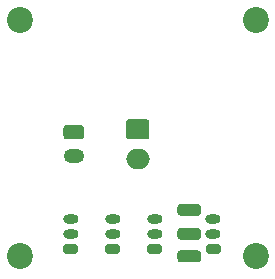
<source format=gbr>
%TF.GenerationSoftware,KiCad,Pcbnew,(5.1.9)-1*%
%TF.CreationDate,2021-08-13T14:48:45+01:00*%
%TF.ProjectId,3-servos,332d7365-7276-46f7-932e-6b696361645f,rev?*%
%TF.SameCoordinates,Original*%
%TF.FileFunction,Soldermask,Top*%
%TF.FilePolarity,Negative*%
%FSLAX46Y46*%
G04 Gerber Fmt 4.6, Leading zero omitted, Abs format (unit mm)*
G04 Created by KiCad (PCBNEW (5.1.9)-1) date 2021-08-13 14:48:45*
%MOMM*%
%LPD*%
G01*
G04 APERTURE LIST*
%ADD10O,1.750000X1.200000*%
%ADD11O,1.300000X0.800000*%
%ADD12O,2.000000X1.700000*%
%ADD13C,2.200000*%
G04 APERTURE END LIST*
D10*
%TO.C,REF\u002A\u002A*%
X164592000Y-153536400D03*
G36*
G01*
X163966600Y-150936400D02*
X165217400Y-150936400D01*
G75*
G02*
X165467000Y-151186000I0J-249600D01*
G01*
X165467000Y-151886800D01*
G75*
G02*
X165217400Y-152136400I-249600J0D01*
G01*
X163966600Y-152136400D01*
G75*
G02*
X163717000Y-151886800I0J249600D01*
G01*
X163717000Y-151186000D01*
G75*
G02*
X163966600Y-150936400I249600J0D01*
G01*
G37*
%TD*%
D11*
%TO.C,J1*%
X176403000Y-158917000D03*
X176403000Y-160167000D03*
G36*
G01*
X176853000Y-161817000D02*
X175953000Y-161817000D01*
G75*
G02*
X175753000Y-161617000I0J200000D01*
G01*
X175753000Y-161217000D01*
G75*
G02*
X175953000Y-161017000I200000J0D01*
G01*
X176853000Y-161017000D01*
G75*
G02*
X177053000Y-161217000I0J-200000D01*
G01*
X177053000Y-161617000D01*
G75*
G02*
X176853000Y-161817000I-200000J0D01*
G01*
G37*
%TD*%
%TO.C,J4*%
X171450000Y-158917000D03*
X171450000Y-160167000D03*
G36*
G01*
X171900000Y-161817000D02*
X171000000Y-161817000D01*
G75*
G02*
X170800000Y-161617000I0J200000D01*
G01*
X170800000Y-161217000D01*
G75*
G02*
X171000000Y-161017000I200000J0D01*
G01*
X171900000Y-161017000D01*
G75*
G02*
X172100000Y-161217000I0J-200000D01*
G01*
X172100000Y-161617000D01*
G75*
G02*
X171900000Y-161817000I-200000J0D01*
G01*
G37*
%TD*%
%TO.C,J3*%
X167894000Y-158917000D03*
X167894000Y-160167000D03*
G36*
G01*
X168344000Y-161817000D02*
X167444000Y-161817000D01*
G75*
G02*
X167244000Y-161617000I0J200000D01*
G01*
X167244000Y-161217000D01*
G75*
G02*
X167444000Y-161017000I200000J0D01*
G01*
X168344000Y-161017000D01*
G75*
G02*
X168544000Y-161217000I0J-200000D01*
G01*
X168544000Y-161617000D01*
G75*
G02*
X168344000Y-161817000I-200000J0D01*
G01*
G37*
%TD*%
%TO.C,J2*%
X164338000Y-158917000D03*
X164338000Y-160167000D03*
G36*
G01*
X164788000Y-161817000D02*
X163888000Y-161817000D01*
G75*
G02*
X163688000Y-161617000I0J200000D01*
G01*
X163688000Y-161217000D01*
G75*
G02*
X163888000Y-161017000I200000J0D01*
G01*
X164788000Y-161017000D01*
G75*
G02*
X164988000Y-161217000I0J-200000D01*
G01*
X164988000Y-161617000D01*
G75*
G02*
X164788000Y-161817000I-200000J0D01*
G01*
G37*
%TD*%
D12*
%TO.C,J6*%
X170000000Y-153797000D03*
G36*
G01*
X169250000Y-150447000D02*
X170750000Y-150447000D01*
G75*
G02*
X171000000Y-150697000I0J-250000D01*
G01*
X171000000Y-151897000D01*
G75*
G02*
X170750000Y-152147000I-250000J0D01*
G01*
X169250000Y-152147000D01*
G75*
G02*
X169000000Y-151897000I0J250000D01*
G01*
X169000000Y-150697000D01*
G75*
G02*
X169250000Y-150447000I250000J0D01*
G01*
G37*
%TD*%
%TO.C,J9*%
G36*
G01*
X173621000Y-161552000D02*
X175121000Y-161552000D01*
G75*
G02*
X175371000Y-161802000I0J-250000D01*
G01*
X175371000Y-162302000D01*
G75*
G02*
X175121000Y-162552000I-250000J0D01*
G01*
X173621000Y-162552000D01*
G75*
G02*
X173371000Y-162302000I0J250000D01*
G01*
X173371000Y-161802000D01*
G75*
G02*
X173621000Y-161552000I250000J0D01*
G01*
G37*
%TD*%
%TO.C,J8*%
G36*
G01*
X173621000Y-159647000D02*
X175121000Y-159647000D01*
G75*
G02*
X175371000Y-159897000I0J-250000D01*
G01*
X175371000Y-160397000D01*
G75*
G02*
X175121000Y-160647000I-250000J0D01*
G01*
X173621000Y-160647000D01*
G75*
G02*
X173371000Y-160397000I0J250000D01*
G01*
X173371000Y-159897000D01*
G75*
G02*
X173621000Y-159647000I250000J0D01*
G01*
G37*
%TD*%
%TO.C,J7*%
G36*
G01*
X173621000Y-157615000D02*
X175121000Y-157615000D01*
G75*
G02*
X175371000Y-157865000I0J-250000D01*
G01*
X175371000Y-158365000D01*
G75*
G02*
X175121000Y-158615000I-250000J0D01*
G01*
X173621000Y-158615000D01*
G75*
G02*
X173371000Y-158365000I0J250000D01*
G01*
X173371000Y-157865000D01*
G75*
G02*
X173621000Y-157615000I250000J0D01*
G01*
G37*
%TD*%
D13*
%TO.C,H4*%
X180000000Y-162000000D03*
%TD*%
%TO.C,H3*%
X180000000Y-142000000D03*
%TD*%
%TO.C,H2*%
X160000000Y-162000000D03*
%TD*%
%TO.C,H1*%
X160000000Y-142000000D03*
%TD*%
M02*

</source>
